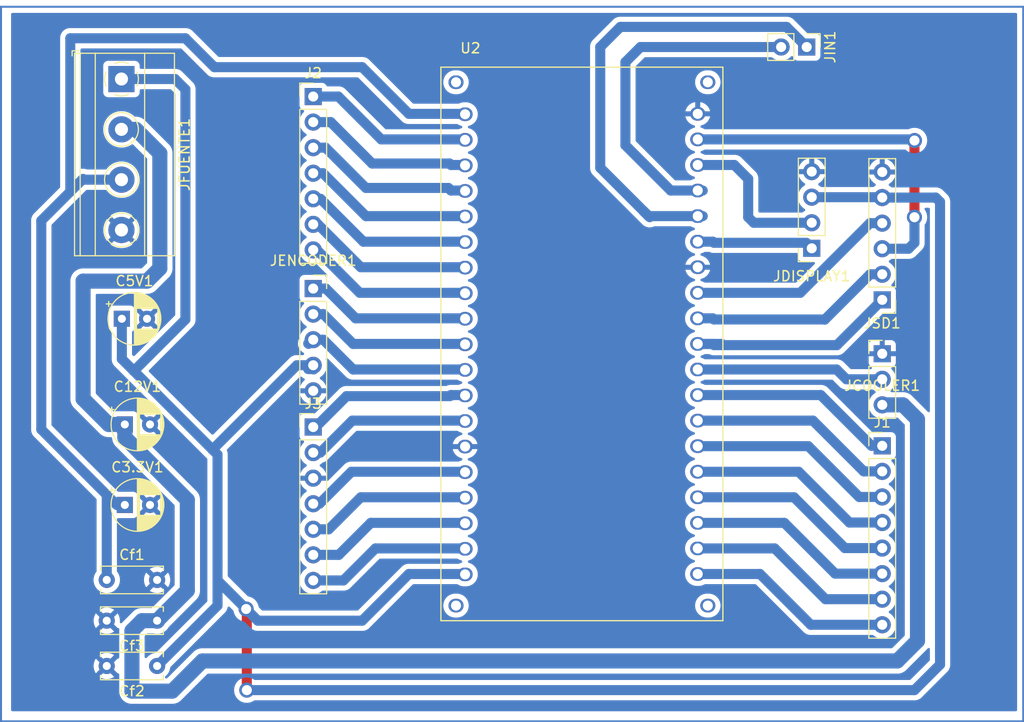
<source format=kicad_pcb>
(kicad_pcb (version 20240108) (generator "pcbnew") (generator_version "8.0")
  (layers (0 "F.Cu" signal) (31 "B.Cu" signal) (34 "B.Paste" user) (35 "F.Paste" user) (36 "B.SilkS" user "B.Silkscreen") (37 "F.SilkS" user "F.Silkscreen") (38 "B.Mask" user) (39 "F.Mask" user) (44 "Edge.Cuts" user))
  (net 0 "")
  (net 1 "GND")
  (net 2 "+5V")
  (net 3 "/SW")
  (net 4 "/OUTB")
  (net 5 "/OUTA")
  (net 6 "/MISO")
  (net 7 "/MOSI")
  (net 8 "+3V3")
  (net 9 "/COOLER")
  (net 10 "/SD0")
  (net 11 "/RX")
  (net 12 "/SD1")
  (net 13 "/SCK")
  (net 14 "/GPIO15")
  (net 15 "/TX")
  (net 16 "/SCL")
  (net 17 "/SDCLK")
  (net 18 "/SDA")
  (net 19 "/CS")
  (net 20 "+12V")
  (net 21 "/GPI016")
  (net 22 "/GPIO32")
  (net 23 "/SD3")
  (net 24 "/SP")
  (net 25 "/EN")
  (net 26 "/GPIO4")
  (net 27 "/GPIO14")
  (net 28 "/SN")
  (net 29 "/GPIO2")
  (net 30 "/GPIO35")
  (net 31 "/SD2")
  (net 32 "/CMD")
  (net 33 "/GPIO13")
  (net 34 "/GPIO")
  (net 35 "/GPIO33")
  (net 36 "/GPIO34")
  (net 37 "/GPIO12")
  (footprint "Capacitor_THT:C_Disc_D6.0mm_W2.5mm_P5.00mm" (layer "F.Cu") (at 123.8 120.114 180)
    (property "Reference" "Cf3" (at 2.5 -2.5 0) (layer "F.SilkS"))
    (property "Value" "10nF")
    (pad "1" thru_hole circle (at 0 0 180) (size 1.6 1.6) (drill 0.8) (layers "*.Cu" "*.Mask") (net 20 "+12V"))
    (pad "2" thru_hole circle (at 5 0 180) (size 1.6 1.6) (drill 0.8) (layers "*.Cu" "*.Mask") (net 1 "GND"))
  )
  (footprint "Capacitor_THT:CP_Radial_D5.0mm_P2.50mm" (layer "F.Cu") (at 120.594888 108.614)
    (property "Reference" "C3.3V1" (at 1.25 -3.75 0) (layer "F.SilkS"))
    (property "Value" "10uF")
    (pad "1" thru_hole rect (at 0 0) (size 1.6 1.6) (drill 0.8) (layers "*.Cu" "*.Mask") (net 8 "+3V3"))
    (pad "2" thru_hole circle (at 2.5 0) (size 1.6 1.6) (drill 0.8) (layers "*.Cu" "*.Mask") (net 1 "GND"))
  )
  (footprint "Connector_PinHeader_2.54mm:PinHeader_1x07_P2.54mm_Vertical" (layer "F.Cu") (at 139.3 68.034)
    (property "Reference" "J2" (at 0 -2.33 0) (layer "F.SilkS"))
    (property "Value" "Conn_01x07")
    (pad "1" thru_hole rect (at 0 0) (size 1.7 1.7) (drill 1) (layers "*.Cu" "*.Mask") (net 25 "/EN"))
    (pad "2" thru_hole oval (at 0 2.54) (size 1.7 1.7) (drill 1) (layers "*.Cu" "*.Mask") (net 24 "/SP"))
    (pad "3" thru_hole oval (at 0 5.08) (size 1.7 1.7) (drill 1) (layers "*.Cu" "*.Mask") (net 28 "/SN"))
    (pad "4" thru_hole oval (at 0 7.62) (size 1.7 1.7) (drill 1) (layers "*.Cu" "*.Mask") (net 36 "/GPIO34"))
    (pad "5" thru_hole oval (at 0 10.16) (size 1.7 1.7) (drill 1) (layers "*.Cu" "*.Mask") (net 30 "/GPIO35"))
    (pad "6" thru_hole oval (at 0 12.7) (size 1.7 1.7) (drill 1) (layers "*.Cu" "*.Mask") (net 22 "/GPIO32"))
    (pad "7" thru_hole oval (at 0 15.24) (size 1.7 1.7) (drill 1) (layers "*.Cu" "*.Mask") (net 35 "/GPIO33"))
  )
  (footprint "Capacitor_THT:CP_Radial_D5.0mm_P2.50mm" (layer "F.Cu") (at 120.594888 100.614)
    (property "Reference" "C12V1" (at 1.25 -3.75 0) (layer "F.SilkS"))
    (property "Value" "10uF")
    (pad "1" thru_hole rect (at 0 0) (size 1.6 1.6) (drill 0.8) (layers "*.Cu" "*.Mask") (net 20 "+12V"))
    (pad "2" thru_hole circle (at 2.5 0) (size 1.6 1.6) (drill 0.8) (layers "*.Cu" "*.Mask") (net 1 "GND"))
  )
  (footprint "Capacitor_THT:C_Disc_D6.0mm_W2.5mm_P5.00mm" (layer "F.Cu") (at 123.8 124.614 180)
    (property "Reference" "Cf2" (at 2.5 -2.5 0) (layer "F.SilkS"))
    (property "Value" "10nF")
    (pad "1" thru_hole circle (at 0 0 180) (size 1.6 1.6) (drill 0.8) (layers "*.Cu" "*.Mask") (net 2 "+5V"))
    (pad "2" thru_hole circle (at 5 0 180) (size 1.6 1.6) (drill 0.8) (layers "*.Cu" "*.Mask") (net 1 "GND"))
  )
  (footprint "Capacitor_THT:CP_Radial_D5.0mm_P2.50mm" (layer "F.Cu") (at 120.3 90.114)
    (property "Reference" "C5V1" (at 1.25 -3.75 0) (layer "F.SilkS"))
    (property "Value" "10uF")
    (pad "1" thru_hole rect (at 0 0) (size 1.6 1.6) (drill 0.8) (layers "*.Cu" "*.Mask") (net 2 "+5V"))
    (pad "2" thru_hole circle (at 2.5 0) (size 1.6 1.6) (drill 0.8) (layers "*.Cu" "*.Mask") (net 1 "GND"))
  )
  (footprint "Connector_PinSocket_2.54mm:PinSocket_1x04_P2.54mm_Vertical" (layer "F.Cu") (at 188.8 83.114 180)
    (property "Reference" "JDISPLAY1" (at 0 -2.77 0) (layer "F.SilkS"))
    (property "Value" "Conn_01x04")
    (pad "1" thru_hole rect (at 0 0 180) (size 1.7 1.7) (drill 1) (layers "*.Cu" "*.Mask") (net 18 "/SDA"))
    (pad "2" thru_hole oval (at 0 2.54 180) (size 1.7 1.7) (drill 1) (layers "*.Cu" "*.Mask") (net 16 "/SCL"))
    (pad "3" thru_hole oval (at 0 5.08 180) (size 1.7 1.7) (drill 1) (layers "*.Cu" "*.Mask") (net 2 "+5V"))
    (pad "4" thru_hole oval (at 0 7.62 180) (size 1.7 1.7) (drill 1) (layers "*.Cu" "*.Mask") (net 1 "GND"))
  )
  (footprint "Connector_PinHeader_2.54mm:PinHeader_1x03_P2.54mm_Vertical" (layer "F.Cu") (at 195.8 93.589)
    (property "Reference" "JCOOLER1" (at 0 3.17 0) (layer "F.SilkS"))
    (property "Value" "Conn_01x03")
    (pad "1" thru_hole rect (at 0 0) (size 1.7 1.7) (drill 1) (layers "*.Cu" "*.Mask") (net 1 "GND"))
    (pad "2" thru_hole oval (at 0 2.54) (size 1.7 1.7) (drill 1) (layers "*.Cu" "*.Mask") (net 9 "/COOLER"))
    (pad "3" thru_hole oval (at 0 5.08) (size 1.7 1.7) (drill 1) (layers "*.Cu" "*.Mask") (net 20 "+12V"))
  )
  (footprint "Connector_PinHeader_2.54mm:PinHeader_1x07_P2.54mm_Vertical" (layer "F.Cu") (at 139.3 100.874)
    (property "Reference" "J3" (at 0 -2.33 0) (layer "F.SilkS"))
    (property "Value" "Conn_01x07")
    (pad "1" thru_hole rect (at 0 0) (size 1.7 1.7) (drill 1) (layers "*.Cu" "*.Mask") (net 27 "/GPIO14"))
    (pad "2" thru_hole oval (at 0 2.54) (size 1.7 1.7) (drill 1) (layers "*.Cu" "*.Mask") (net 37 "/GPIO12"))
    (pad "3" thru_hole oval (at 0 5.08) (size 1.7 1.7) (drill 1) (layers "*.Cu" "*.Mask") (net 1 "GND"))
    (pad "4" thru_hole oval (at 0 7.62) (size 1.7 1.7) (drill 1) (layers "*.Cu" "*.Mask") (net 33 "/GPIO13"))
    (pad "5" thru_hole oval (at 0 10.16) (size 1.7 1.7) (drill 1) (layers "*.Cu" "*.Mask") (net 31 "/SD2"))
    (pad "6" thru_hole oval (at 0 12.7) (size 1.7 1.7) (drill 1) (layers "*.Cu" "*.Mask") (net 23 "/SD3"))
    (pad "7" thru_hole oval (at 0 15.24) (size 1.7 1.7) (drill 1) (layers "*.Cu" "*.Mask") (net 32 "/CMD"))
  )
  (footprint "Connector_PinSocket_2.54mm:PinSocket_1x05_P2.54mm_Vertical" (layer "F.Cu") (at 139.3 87.114)
    (property "Reference" "JENCODER1" (at 0 -2.77 0) (layer "F.SilkS"))
    (property "Value" "Conn_01x05")
    (pad "1" thru_hole rect (at 0 0) (size 1.7 1.7) (drill 1) (layers "*.Cu" "*.Mask") (net 4 "/OUTB"))
    (pad "2" thru_hole oval (at 0 2.54) (size 1.7 1.7) (drill 1) (layers "*.Cu" "*.Mask") (net 5 "/OUTA"))
    (pad "3" thru_hole oval (at 0 5.08) (size 1.7 1.7) (drill 1) (layers "*.Cu" "*.Mask") (net 3 "/SW"))
    (pad "4" thru_hole oval (at 0 7.62) (size 1.7 1.7) (drill 1) (layers "*.Cu" "*.Mask") (net 2 "+5V"))
    (pad "5" thru_hole oval (at 0 10.16) (size 1.7 1.7) (drill 1) (layers "*.Cu" "*.Mask") (net 1 "GND"))
  )
  (footprint "Capacitor_THT:C_Disc_D6.0mm_W2.5mm_P5.00mm" (layer "F.Cu") (at 118.8 116.064)
    (property "Reference" "Cf1" (at 2.5 -2.5 0) (layer "F.SilkS"))
    (property "Value" "10nF")
    (pad "1" thru_hole circle (at 0 0) (size 1.6 1.6) (drill 0.8) (layers "*.Cu" "*.Mask") (net 8 "+3V3"))
    (pad "2" thru_hole circle (at 5 0) (size 1.6 1.6) (drill 0.8) (layers "*.Cu" "*.Mask") (net 1 "GND"))
  )
  (footprint "ESP32_NODEMCU (1):MODULE_ESP32_NODEMCU" (layer "F.Cu") (at 165.98 92.614)
    (property "Reference" "U2" (at -11.075 -29.385 0) (layer "F.SilkS"))
    (property "Value" "ESP32_NODEMCU")
    (pad "" thru_hole oval (at -12.5 -26) (size 1.5 1.35) (drill 1) (layers "*.Cu" "*.Mask"))
    (pad "" thru_hole oval (at -12.5 26) (size 1.5 1.35) (drill 1) (layers "*.Cu" "*.Mask"))
    (pad "" thru_hole oval (at 12.5 -26) (size 1.5 1.35) (drill 1) (layers "*.Cu" "*.Mask"))
    (pad "" thru_hole oval (at 12.5 26) (size 1.5 1.35) (drill 1) (layers "*.Cu" "*.Mask"))
    (pad "J4_1" thru_hole oval (at 11.5 -22.86) (size 1.5 1.35) (drill 1) (layers "*.Cu" "*.Mask") (net 1 "GND"))
    (pad "J4_2" thru_hole oval (at 11.5 -20.32) (size 1.5 1.35) (drill 1) (layers "*.Cu" "*.Mask") (net 7 "/MOSI"))
    (pad "J4_3" thru_hole oval (at 11.5 -17.78) (size 1.5 1.35) (drill 1) (layers "*.Cu" "*.Mask") (net 16 "/SCL"))
    (pad "J4_4" thru_hole oval (at 11.5 -15.24) (size 1.5 1.35) (drill 1) (layers "*.Cu" "*.Mask") (net 15 "/TX"))
    (pad "J4_5" thru_hole oval (at 11.5 -12.7) (size 1.5 1.35) (drill 1) (layers "*.Cu" "*.Mask") (net 11 "/RX"))
    (pad "J4_6" thru_hole oval (at 11.5 -10.16) (size 1.5 1.35) (drill 1) (layers "*.Cu" "*.Mask") (net 18 "/SDA"))
    (pad "J4_7" thru_hole oval (at 11.5 -7.62) (size 1.5 1.35) (drill 1) (layers "*.Cu" "*.Mask") (net 1 "GND"))
    (pad "J4_8" thru_hole oval (at 11.5 -5.08) (size 1.5 1.35) (drill 1) (layers "*.Cu" "*.Mask") (net 6 "/MISO"))
    (pad "J4_9" thru_hole oval (at 11.5 -2.54) (size 1.5 1.35) (drill 1) (layers "*.Cu" "*.Mask") (net 13 "/SCK"))
    (pad "J4_10" thru_hole oval (at 11.5 0) (size 1.5 1.35) (drill 1) (layers "*.Cu" "*.Mask") (net 19 "/CS"))
    (pad "J4_11" thru_hole oval (at 11.5 2.54) (size 1.5 1.35) (drill 1) (layers "*.Cu" "*.Mask") (net 9 "/COOLER"))
    (pad "J4_12" thru_hole oval (at 11.5 5.08) (size 1.5 1.35) (drill 1) (layers "*.Cu" "*.Mask") (net 21 "/GPI016"))
    (pad "J4_13" thru_hole oval (at 11.5 7.62) (size 1.5 1.35) (drill 1) (layers "*.Cu" "*.Mask") (net 26 "/GPIO4"))
    (pad "J4_14" thru_hole oval (at 11.5 10.16) (size 1.5 1.35) (drill 1) (layers "*.Cu" "*.Mask") (net 34 "/GPIO"))
    (pad "J4_15" thru_hole oval (at 11.5 12.7) (size 1.5 1.35) (drill 1) (layers "*.Cu" "*.Mask") (net 29 "/GPIO2"))
    (pad "J4_16" thru_hole oval (at 11.5 15.24) (size 1.5 1.35) (drill 1) (layers "*.Cu" "*.Mask") (net 14 "/GPIO15"))
    (pad "J4_17" thru_hole oval (at 11.5 17.78) (size 1.5 1.35) (drill 1) (layers "*.Cu" "*.Mask") (net 12 "/SD1"))
    (pad "J4_18" thru_hole oval (at 11.5 20.32) (size 1.5 1.35) (drill 1) (layers "*.Cu" "*.Mask") (net 10 "/SD0"))
    (pad "J4_19" thru_hole oval (at 11.5 22.86) (size 1.5 1.35) (drill 1) (layers "*.Cu" "*.Mask") (net 17 "/SDCLK"))
    (pad "J5_1" thru_hole oval (at -11.6 22.9) (size 1.5 1.35) (drill 1) (layers "*.Cu" "*.Mask") (net 2 "+5V"))
    (pad "J5_2" thru_hole oval (at -11.6 20.36) (size 1.5 1.35) (drill 1) (layers "*.Cu" "*.Mask") (net 32 "/CMD"))
    (pad "J5_3" thru_hole oval (at -11.6 17.82) (size 1.5 1.35) (drill 1) (layers "*.Cu" "*.Mask") (net 23 "/SD3"))
    (pad "J5_4" thru_hole oval (at -11.6 15.28) (size 1.5 1.35) (drill 1) (layers "*.Cu" "*.Mask") (net 31 "/SD2"))
    (pad "J5_5" thru_hole oval (at -11.6 12.74) (size 1.5 1.35) (drill 1) (layers "*.Cu" "*.Mask") (net 33 "/GPIO13"))
    (pad "J5_6" thru_hole oval (at -11.6 10.2) (size 1.5 1.35) (drill 1) (layers "*.Cu" "*.Mask") (net 1 "GND"))
    (pad "J5_7" thru_hole oval (at -11.6 7.66) (size 1.5 1.35) (drill 1) (layers "*.Cu" "*.Mask") (net 37 "/GPIO12"))
    (pad "J5_8" thru_hole oval (at -11.6 5.12) (size 1.5 1.35) (drill 1) (layers "*.Cu" "*.Mask") (net 27 "/GPIO14"))
    (pad "J5_9" thru_hole oval (at -11.6 2.58) (size 1.5 1.35) (drill 1) (layers "*.Cu" "*.Mask") (net 3 "/SW"))
    (pad "J5_10" thru_hole oval (at -11.6 0.04) (size 1.5 1.35) (drill 1) (layers "*.Cu" "*.Mask") (net 5 "/OUTA"))
    (pad "J5_11" thru_hole oval (at -11.6 -2.5) (size 1.5 1.35) (drill 1) (layers "*.Cu" "*.Mask") (net 4 "/OUTB"))
    (pad "J5_12" thru_hole oval (at -11.6 -5.04) (size 1.5 1.35) (drill 1) (layers "*.Cu" "*.Mask") (net 35 "/GPIO33"))
    (pad "J5_13" thru_hole oval (at -11.6 -7.58) (size 1.5 1.35) (drill 1) (layers "*.Cu" "*.Mask") (net 22 "/GPIO32"))
    (pad "J5_14" thru_hole oval (at -11.6 -10.12) (size 1.5 1.35) (drill 1) (layers "*.Cu" "*.Mask") (net 30 "/GPIO35"))
    (pad "J5_15" thru_hole oval (at -11.6 -12.66) (size 1.5 1.35) (drill 1) (layers "*.Cu" "*.Mask") (net 36 "/GPIO34"))
    (pad "J5_16" thru_hole oval (at -11.6 -15.2) (size 1.5 1.35) (drill 1) (layers "*.Cu" "*.Mask") (net 28 "/SN"))
    (pad "J5_17" thru_hole oval (at -11.6 -17.74) (size 1.5 1.35) (drill 1) (layers "*.Cu" "*.Mask") (net 24 "/SP"))
    (pad "J5_18" thru_hole oval (at -11.6 -20.28) (size 1.5 1.35) (drill 1) (layers "*.Cu" "*.Mask") (net 25 "/EN"))
    (pad "J5_19" thru_hole oval (at -11.6 -22.82) (size 1.5 1.35) (drill 1) (layers "*.Cu" "*.Mask") (net 8 "+3V3"))
  )
  (footprint "Connector_PinHeader_2.54mm:PinHeader_1x08_P2.54mm_Vertical" (layer "F.Cu") (at 195.8 102.739)
    (property "Reference" "J1" (at 0 -2.33 0) (layer "F.SilkS"))
    (property "Value" "Conn_01x08")
    (pad "1" thru_hole rect (at 0 0) (size 1.7 1.7) (drill 1) (layers "*.Cu" "*.Mask") (net 21 "/GPI016"))
    (pad "2" thru_hole oval (at 0 2.54) (size 1.7 1.7) (drill 1) (layers "*.Cu" "*.Mask") (net 26 "/GPIO4"))
    (pad "3" thru_hole oval (at 0 5.08) (size 1.7 1.7) (drill 1) (layers "*.Cu" "*.Mask") (net 34 "/GPIO"))
    (pad "4" thru_hole oval (at 0 7.62) (size 1.7 1.7) (drill 1) (layers "*.Cu" "*.Mask") (net 29 "/GPIO2"))
    (pad "5" thru_hole oval (at 0 10.16) (size 1.7 1.7) (drill 1) (layers "*.Cu" "*.Mask") (net 14 "/GPIO15"))
    (pad "6" thru_hole oval (at 0 12.7) (size 1.7 1.7) (drill 1) (layers "*.Cu" "*.Mask") (net 12 "/SD1"))
    (pad "7" thru_hole oval (at 0 15.24) (size 1.7 1.7) (drill 1) (layers "*.Cu" "*.Mask") (net 10 "/SD0"))
    (pad "8" thru_hole oval (at 0 17.78) (size 1.7 1.7) (drill 1) (layers "*.Cu" "*.Mask") (net 17 "/SDCLK"))
  )
  (footprint "TerminalBlock_Phoenix:TerminalBlock_Phoenix_MKDS-1,5-4_1x04_P5.00mm_Horizontal" (layer "F.Cu") (at 120.26 66.294 -90)
    (property "Reference" "JFUENTE1" (at 7.5 -6.26 90) (layer "F.SilkS"))
    (property "Value" "Conn_01x04")
    (pad "1" thru_hole rect (at 0 0 270) (size 2.6 2.6) (drill 1.3) (layers "*.Cu" "*.Mask") (net 2 "+5V"))
    (pad "2" thru_hole circle (at 5 0 270) (size 2.6 2.6) (drill 1.3) (layers "*.Cu" "*.Mask") (net 20 "+12V"))
    (pad "3" thru_hole circle (at 10 0 270) (size 2.6 2.6) (drill 1.3) (layers "*.Cu" "*.Mask") (net 8 "+3V3"))
    (pad "4" thru_hole circle (at 15 0 270) (size 2.6 2.6) (drill 1.3) (layers "*.Cu" "*.Mask") (net 1 "GND"))
  )
  (footprint "Connector_PinHeader_2.54mm:PinHeader_1x02_P2.54mm_Vertical" (layer "F.Cu") (at 188.3 63.114 -90)
    (property "Reference" "JIN1" (at 0 -2.33 90) (layer "F.SilkS"))
    (property "Value" "Conn_01x02")
    (pad "1" thru_hole rect (at 0 0 270) (size 1.7 1.7) (drill 1) (layers "*.Cu" "*.Mask") (net 11 "/RX"))
    (pad "2" thru_hole oval (at 0 2.54 270) (size 1.7 1.7) (drill 1) (layers "*.Cu" "*.Mask") (net 15 "/TX"))
  )
  (footprint "Connector_PinHeader_2.54mm:PinHeader_1x06_P2.54mm_Vertical" (layer "F.Cu") (at 195.8 88.234 180)
    (property "Reference" "JSD1" (at 0 -2.33 0) (layer "F.SilkS"))
    (property "Value" "Conn_01x06")
    (pad "1" thru_hole rect (at 0 0 180) (size 1.7 1.7) (drill 1) (layers "*.Cu" "*.Mask") (net 19 "/CS"))
    (pad "2" thru_hole oval (at 0 2.54 180) (size 1.7 1.7) (drill 1) (layers "*.Cu" "*.Mask") (net 13 "/SCK"))
    (pad "3" thru_hole oval (at 0 5.08 180) (size 1.7 1.7) (drill 1) (layers "*.Cu" "*.Mask") (net 7 "/MOSI"))
    (pad "4" thru_hole oval (at 0 7.62 180) (size 1.7 1.7) (drill 1) (layers "*.Cu" "*.Mask") (net 6 "/MISO"))
    (pad "5" thru_hole oval (at 0 10.16 180) (size 1.7 1.7) (drill 1) (layers "*.Cu" "*.Mask") (net 2 "+5V"))
    (pad "6" thru_hole oval (at 0 12.7 180) (size 1.7 1.7) (drill 1) (layers "*.Cu" "*.Mask") (net 1 "GND"))
  )
  (gr_rect (start 108.3 59.114) (end 209.8 130.114) (stroke (width 0.2)) (fill none) (layer "B.Cu"))
  (segment (start 132.706 127.014) (end 132.706 119.02) (width 1) (layer "F.Cu") (net 2))
  (segment (start 132.706 119.02) (end 132.639 118.953) (width 1) (layer "F.Cu") (net 2))
  (via (at 132.639 118.953) (size 1.5) (drill 1) (layers "F.Cu" "B.Cu") (net 2))
  (via (at 132.706 127.014) (size 1.5) (drill 1) (layers "F.Cu" "B.Cu") (net 2))
  (segment (start 120.3 94.114) (end 121.49 95.304) (width 1) (layer "B.Cu") (net 2))
  (segment (start 201.54 78.5) (end 201.114 78.074) (width 1) (layer "B.Cu") (net 2))
  (segment (start 123.8 124.614) (end 129.8 118.614) (width 1) (layer "B.Cu") (net 2))
  (segment (start 125.58 66.294) (end 126.61 67.324) (width 1) (layer "B.Cu") (net 2))
  (segment (start 144.16 120.114) (end 133.8 120.114) (width 1) (layer "B.Cu") (net 2))
  (segment (start 153.98 115.474) (end 148.8 115.474) (width 1) (layer "B.Cu") (net 2))
  (segment (start 148.8 115.474) (end 144.16 120.114) (width 1) (layer "B.Cu") (net 2))
  (segment (start 201.114 78.074) (end 195.8 78.074) (width 1) (layer "B.Cu") (net 2))
  (segment (start 139.3 95.114) (end 139.34 95.154) (width 1) (layer "B.Cu") (net 2))
  (segment (start 126.61 67.324) (end 126.61 90.184) (width 1) (layer "B.Cu") (net 2))
  (segment (start 188.8 78.034) (end 195.76 78.034) (width 1) (layer "B.Cu") (net 2))
  (segment (start 121.49 95.304) (end 129.3 103.114) (width 1) (layer "B.Cu") (net 2))
  (segment (start 129.3 103.114) (end 129.8 103.614) (width 1) (layer "B.Cu") (net 2))
  (segment (start 133.8 120.114) (end 132.639 118.953) (width 1) (layer "B.Cu") (net 2))
  (segment (start 195.76 78.034) (end 195.8 78.074) (width 1) (layer "B.Cu") (net 2))
  (segment (start 120.3 90.114) (end 120.3 94.114) (width 1) (layer "B.Cu") (net 2))
  (segment (start 129.8 118.614) (end 129.8 116.114) (width 1) (layer "B.Cu") (net 2))
  (segment (start 129.8 114.614) (end 129.8 103.614) (width 1) (layer "B.Cu") (net 2))
  (segment (start 120.26 66.294) (end 125.58 66.294) (width 1) (layer "B.Cu") (net 2))
  (segment (start 137.68 94.734) (end 129.3 103.114) (width 1) (layer "B.Cu") (net 2))
  (segment (start 129.8 116.114) (end 129.8 114.614) (width 1) (layer "B.Cu") (net 2))
  (segment (start 201.54 124.474) (end 201.54 78.5) (width 1) (layer "B.Cu") (net 2))
  (segment (start 126.61 90.184) (end 121.49 95.304) (width 1) (layer "B.Cu") (net 2))
  (segment (start 132.706 127.014) (end 199 127.014) (width 1) (layer "B.Cu") (net 2))
  (segment (start 132.639 118.953) (end 129.8 116.114) (width 1) (layer "B.Cu") (net 2))
  (segment (start 138.8 95.114) (end 139.3 95.114) (width 1) (layer "B.Cu") (net 2))
  (segment (start 139.3 94.734) (end 137.68 94.734) (width 1) (layer "B.Cu") (net 2))
  (segment (start 199 127.014) (end 201.54 124.474) (width 1) (layer "B.Cu") (net 2))
  (segment (start 153.98 95.154) (end 143.264 95.154) (width 1) (layer "B.Cu") (net 3))
  (segment (start 140.304 92.194) (end 139.3 92.194) (width 1) (layer "B.Cu") (net 3))
  (segment (start 143.264 95.154) (end 140.304 92.194) (width 1) (layer "B.Cu") (net 3))
  (segment (start 138.84 92.614) (end 138.8 92.574) (width 1) (layer "B.Cu") (net 3))
  (segment (start 140.558 87.114) (end 139.3 87.114) (width 1) (layer "B.Cu") (net 4))
  (segment (start 143.518 90.074) (end 140.558 87.114) (width 1) (layer "B.Cu") (net 4))
  (segment (start 153.98 90.074) (end 143.518 90.074) (width 1) (layer "B.Cu") (net 4))
  (segment (start 140.304 89.654) (end 139.3 89.654) (width 1) (layer "B.Cu") (net 5))
  (segment (start 143.264 92.614) (end 140.304 89.654) (width 1) (layer "B.Cu") (net 5))
  (segment (start 153.98 92.614) (end 143.264 92.614) (width 1) (layer "B.Cu") (net 5))
  (segment (start 194.5825 80.614) (end 195.8 80.614) (width 1) (layer "B.Cu") (net 6))
  (segment (start 187.6625 87.534) (end 194.5825 80.614) (width 1) (layer "B.Cu") (net 6))
  (segment (start 177.73 87.534) (end 187.6625 87.534) (width 1) (layer "B.Cu") (net 6))
  (segment (start 199 72.404) (end 199 80.024) (width 1) (layer "F.Cu") (net 7))
  (via (at 199 72.404) (size 1.5) (drill 1) (layers "F.Cu" "B.Cu") (net 7))
  (via (at 199 80.024) (size 1.5) (drill 1) (layers "F.Cu" "B.Cu") (net 7))
  (segment (start 198.89 72.294) (end 199 72.404) (width 1) (layer "B.Cu") (net 7))
  (segment (start 199 82.564) (end 198.41 83.154) (width 1) (layer "B.Cu") (net 7))
  (segment (start 177.73 72.294) (end 198.89 72.294) (width 1) (layer "B.Cu") (net 7))
  (segment (start 198.41 83.154) (end 195.8 83.154) (width 1) (layer "B.Cu") (net 7))
  (segment (start 199 80.024) (end 199 82.564) (width 1) (layer "B.Cu") (net 7))
  (segment (start 120.26 76.294) (end 116.37 76.294) (width 1) (layer "B.Cu") (net 8))
  (segment (start 116.37 76.294) (end 115.815 76.849) (width 1) (layer "B.Cu") (net 8))
  (segment (start 112.3 101.114) (end 112.3 80.364) (width 1) (layer "B.Cu") (net 8))
  (segment (start 118.8 116.064) (end 118.8 107.614) (width 1) (layer "B.Cu") (net 8))
  (segment (start 115.18 77.484) (end 115.815 76.849) (width 1) (layer "B.Cu") (net 8))
  (segment (start 153.98 69.754) (end 148.8 69.754) (width 1) (layer "B.Cu") (net 8))
  (segment (start 144.16 65.114) (end 129.48 65.114) (width 1) (layer "B.Cu") (net 8))
  (segment (start 119.8 108.614) (end 118.8 107.614) (width 1) (layer "B.Cu") (net 8))
  (segment (start 115.815 76.849) (end 116.45 76.214) (width 1) (layer "B.Cu") (net 8))
  (segment (start 126.61 62.244) (end 115.18 62.244) (width 1) (layer "B.Cu") (net 8))
  (segment (start 129.48 65.114) (end 126.61 62.244) (width 1) (layer "B.Cu") (net 8))
  (segment (start 118.8 107.614) (end 112.3 101.114) (width 1) (layer "B.Cu") (net 8))
  (segment (start 120.594888 108.614) (end 119.8 108.614) (width 1) (layer "B.Cu") (net 8))
  (segment (start 115.18 62.244) (end 115.18 77.484) (width 1) (layer "B.Cu") (net 8))
  (segment (start 148.8 69.754) (end 144.16 65.114) (width 1) (layer "B.Cu") (net 8))
  (segment (start 112.3 80.364) (end 115.18 77.484) (width 1) (layer "B.Cu") (net 8))
  (segment (start 177.73 95.154) (end 191.27 95.154) (width 1) (layer "B.Cu") (net 9))
  (segment (start 191.27 95.154) (end 192.245 96.129) (width 1) (layer "B.Cu") (net 9))
  (segment (start 192.245 96.129) (end 195.8 96.129) (width 1) (layer "B.Cu") (net 9))
  (segment (start 190.165 117.979) (end 195.8 117.979) (width 1) (layer "B.Cu") (net 10))
  (segment (start 185.12 112.934) (end 190.165 117.979) (width 1) (layer "B.Cu") (net 10))
  (segment (start 177.73 112.934) (end 185.12 112.934) (width 1) (layer "B.Cu") (net 10))
  (segment (start 167.8 63.114) (end 167.8 75.114) (width 1) (layer "B.Cu") (net 11))
  (segment (start 172.14 79.454) (end 172.71 80.024) (width 1) (layer "B.Cu") (net 11))
  (segment (start 188.3 63.114) (end 186.3 61.114) (width 1) (layer "B.Cu") (net 11))
  (segment (start 186.3 61.114) (end 169.8 61.114) (width 1) (layer "B.Cu") (net 11))
  (segment (start 172.6 79.914) (end 172.14 79.454) (width 1) (layer "B.Cu") (net 11))
  (segment (start 169.8 61.114) (end 167.8 63.114) (width 1) (layer "B.Cu") (net 11))
  (segment (start 167.8 75.114) (end 172.14 79.454) (width 1) (layer "B.Cu") (net 11))
  (segment (start 177.98 79.914) (end 172.6 79.914) (width 1) (layer "B.Cu") (net 11))
  (segment (start 191.125 115.439) (end 195.8 115.439) (width 1) (layer "B.Cu") (net 12))
  (segment (start 186.08 110.394) (end 191.125 115.439) (width 1) (layer "B.Cu") (net 12))
  (segment (start 177.73 110.394) (end 186.08 110.394) (width 1) (layer "B.Cu") (net 12))
  (segment (start 177.73 90.074) (end 178.98 90.074) (width 1) (layer "B.Cu") (net 13))
  (segment (start 190.087919 90.184) (end 179.09 90.184) (width 1) (layer "B.Cu") (net 13))
  (segment (start 178.98 90.074) (end 179.09 90.184) (width 1) (layer "B.Cu") (net 13))
  (segment (start 195.8 85.694) (end 194.597919 85.694) (width 1) (layer "B.Cu") (net 13))
  (segment (start 190.097919 90.194) (end 190.087919 90.184) (width 1) (layer "B.Cu") (net 13))
  (segment (start 194.597919 85.694) (end 190.097919 90.194) (width 1) (layer "B.Cu") (net 13))
  (segment (start 187.04 107.854) (end 192.085 112.899) (width 1) (layer "B.Cu") (net 14))
  (segment (start 177.73 107.854) (end 187.04 107.854) (width 1) (layer "B.Cu") (net 14))
  (segment (start 192.085 112.899) (end 195.8 112.899) (width 1) (layer "B.Cu") (net 14))
  (segment (start 185.76 63.114) (end 171.8 63.114) (width 1) (layer "B.Cu") (net 15))
  (segment (start 177.98 77.374) (end 174.8 77.374) (width 1) (layer "B.Cu") (net 15))
  (segment (start 171.8 63.114) (end 170.3 64.614) (width 1) (layer "B.Cu") (net 15))
  (segment (start 170.3 64.614) (end 170.3 72.874) (width 1) (layer "B.Cu") (net 15))
  (segment (start 170.3 72.874) (end 174.8 77.374) (width 1) (layer "B.Cu") (net 15))
  (segment (start 181.11 74.834) (end 182.49 76.214) (width 1) (layer "B.Cu") (net 16))
  (segment (start 183.04 80.574) (end 188.8 80.574) (width 1) (layer "B.Cu") (net 16))
  (segment (start 182.49 80.024) (end 183.04 80.574) (width 1) (layer "B.Cu") (net 16))
  (segment (start 177.73 74.834) (end 181.11 74.834) (width 1) (layer "B.Cu") (net 16))
  (segment (start 182.49 76.214) (end 182.49 80.024) (width 1) (layer "B.Cu") (net 16))
  (segment (start 188.705 120.519) (end 195.8 120.519) (width 1) (layer "B.Cu") (net 17))
  (segment (start 177.73 115.474) (end 183.66 115.474) (width 1) (layer "B.Cu") (net 17))
  (segment (start 183.66 115.474) (end 188.705 120.519) (width 1) (layer "B.Cu") (net 17))
  (segment (start 188.8 83.114) (end 188.25 82.564) (width 1) (layer "B.Cu") (net 18))
  (segment (start 188.25 82.564) (end 179.09 82.564) (width 1) (layer "B.Cu") (net 18))
  (segment (start 177.98 82.454) (end 178.98 82.454) (width 1) (layer "B.Cu") (net 18))
  (segment (start 179.09 82.564) (end 178.98 82.454) (width 1) (layer "B.Cu") (net 18))
  (segment (start 195.8 88.234) (end 191.3 92.734) (width 1) (layer "B.Cu") (net 19))
  (segment (start 179.98 92.734) (end 179.1 92.734) (width 1) (layer "B.Cu") (net 19))
  (segment (start 177.73 92.614) (end 178.98 92.614) (width 1) (layer "B.Cu") (net 19))
  (segment (start 179.98 92.734) (end 179.86 92.614) (width 1) (layer "B.Cu") (net 19))
  (segment (start 178.98 92.614) (end 179.1 92.734) (width 1) (layer "B.Cu") (net 19))
  (segment (start 179.86 92.614) (end 177.98 92.614) (width 1) (layer "B.Cu") (net 19))
  (segment (start 191.3 92.734) (end 179.98 92.734) (width 1) (layer "B.Cu") (net 19))
  (segment (start 126.8 108.114) (end 120.594888 101.908888) (width 1.5) (layer "B.Cu") (net 20))
  (segment (start 199.3 122.114) (end 199.3 100.114) (width 1.5) (layer "B.Cu") (net 20))
  (segment (start 121.3 127.114) (end 125.3 127.114) (width 1.5) (layer "B.Cu") (net 20))
  (segment (start 118.99 100.614) (end 116.45 98.074) (width 1.5) (layer "B.Cu") (net 20))
  (segment (start 197.3 124.114) (end 199.3 122.114) (width 1.5) (layer "B.Cu") (net 20))
  (segment (start 126.8 117.114) (end 126.8 108.114) (width 1.5) (layer "B.Cu") (net 20))
  (segment (start 121.3 121.114) (end 121.3 127.114) (width 1.5) (layer "B.Cu") (net 20))
  (segment (start 122.3 120.114) (end 121.3 121.114) (width 1.5) (layer "B.Cu") (net 20))
  (segment (start 120.594888 101.319112) (end 120.594888 101.408888) (width 1.5) (layer "B.Cu") (net 20))
  (segment (start 124.07 85.104) (end 124.07 73.674) (width 1.5) (layer "B.Cu") (net 20))
  (segment (start 120.594888 100.614) (end 120.594888 101.319112) (width 1.5) (layer "B.Cu") (net 20))
  (segment (start 197.855 98.669) (end 195.8 98.669) (width 1.5) (layer "B.Cu") (net 20))
  (segment (start 124.07 73.674) (end 121.69 71.294) (width 1.5) (layer "B.Cu") (net 20))
  (segment (start 120.594888 101.908888) (end 120.594888 101.319112) (width 1.5) (layer "B.Cu") (net 20))
  (segment (start 128.3 124.114) (end 197.3 124.114) (width 1.5) (layer "B.Cu") (net 20))
  (segment (start 121.69 71.294) (end 120.26 71.294) (width 1.5) (layer "B.Cu") (net 20))
  (segment (start 118.99 100.614) (end 120.594888 100.614) (width 1.5) (layer "B.Cu") (net 20))
  (segment (start 125.3 127.114) (end 128.3 124.114) (width 1.5) (layer "B.Cu") (net 20))
  (segment (start 116.45 98.074) (end 116.45 86.374) (width 1.5) (layer "B.Cu") (net 20))
  (segment (start 122.8 86.374) (end 124.07 85.104) (width 1.5) (layer "B.Cu") (net 20))
  (segment (start 116.45 86.374) (end 122.8 86.374) (width 1.5) (layer "B.Cu") (net 20))
  (segment (start 123.8 120.114) (end 126.8 117.114) (width 1.5) (layer "B.Cu") (net 20))
  (segment (start 199.3 100.114) (end 197.855 98.669) (width 1.5) (layer "B.Cu") (net 20))
  (segment (start 123.8 120.114) (end 122.3 120.114) (width 1.5) (layer "B.Cu") (net 20))
  (segment (start 177.73 97.694) (end 189.69 97.694) (width 1) (layer "B.Cu") (net 21))
  (segment (start 194.735 102.739) (end 195.8 102.739) (width 1) (layer "B.Cu") (net 21))
  (segment (start 189.69 97.694) (end 194.735 102.739) (width 1) (layer "B.Cu") (net 21))
  (segment (start 144.026 84.994) (end 139.766 80.734) (width 1) (layer "B.Cu") (net 22))
  (segment (start 153.98 84.994) (end 144.026 84.994) (width 1) (layer "B.Cu") (net 22))
  (segment (start 139.766 80.734) (end 139.3 80.734) (width 1) (layer "B.Cu") (net 22))
  (segment (start 145.02 110.394) (end 141.84 113.574) (width 1) (layer "B.Cu") (net 23))
  (segment (start 153.98 110.394) (end 145.02 110.394) (width 1) (layer "B.Cu") (net 23))
  (segment (start 141.84 113.574) (end 139.3 113.574) (width 1) (layer "B.Cu") (net 23))
  (segment (start 153.98 74.834) (end 152.98 74.834) (width 1) (layer "B.Cu") (net 24))
  (segment (start 141.036 70.574) (end 139.3 70.574) (width 1) (layer "B.Cu") (net 24))
  (segment (start 152.98 74.834) (end 152.836 74.69) (width 1) (layer "B.Cu") (net 24))
  (segment (start 145.152 74.69) (end 141.036 70.574) (width 1) (layer "B.Cu") (net 24))
  (segment (start 152.836 74.69) (end 145.152 74.69) (width 1) (layer "B.Cu") (net 24))
  (segment (start 146.058 72.294) (end 141.798 68.034) (width 1) (layer "B.Cu") (net 25))
  (segment (start 153.98 72.294) (end 146.058 72.294) (width 1) (layer "B.Cu") (net 25))
  (segment (start 141.798 68.034) (end 139.3 68.034) (width 1) (layer "B.Cu") (net 25))
  (segment (start 188.92 100.234) (end 193.965 105.279) (width 1) (layer "B.Cu") (net 26))
  (segment (start 177.73 100.234) (end 188.92 100.234) (width 1) (layer "B.Cu") (net 26))
  (segment (start 193.965 105.279) (end 195.8 105.279) (width 1) (layer "B.Cu") (net 26))
  (segment (start 152.87 97.804) (end 142.61 97.804) (width 1) (layer "B.Cu") (net 27))
  (segment (start 139.54 100.874) (end 139.3 100.874) (width 1) (layer "B.Cu") (net 27))
  (segment (start 153.98 97.694) (end 152.98 97.694) (width 1) (layer "B.Cu") (net 27))
  (segment (start 152.98 97.694) (end 152.87 97.804) (width 1) (layer "B.Cu") (net 27))
  (segment (start 142.61 97.804) (end 139.54 100.874) (width 1) (layer "B.Cu") (net 27))
  (segment (start 153.98 77.374) (end 152.98 77.374) (width 1) (layer "B.Cu") (net 28))
  (segment (start 152.98 77.374) (end 152.72 77.114) (width 1) (layer "B.Cu") (net 28))
  (segment (start 140.528 73.114) (end 139.3 73.114) (width 1) (layer "B.Cu") (net 28))
  (segment (start 144.528 77.114) (end 140.528 73.114) (width 1) (layer "B.Cu") (net 28))
  (segment (start 152.72 77.114) (end 144.528 77.114) (width 1) (layer "B.Cu") (net 28))
  (segment (start 187.5 105.314) (end 192.545 110.359) (width 1) (layer "B.Cu") (net 29))
  (segment (start 177.73 105.314) (end 187.5 105.314) (width 1) (layer "B.Cu") (net 29))
  (segment (start 192.545 110.359) (end 195.8 110.359) (width 1) (layer "B.Cu") (net 29))
  (segment (start 144.28 82.454) (end 140.02 78.194) (width 1) (layer "B.Cu") (net 30))
  (segment (start 153.98 82.454) (end 144.28 82.454) (width 1) (layer "B.Cu") (net 30))
  (segment (start 140.02 78.194) (end 139.3 78.194) (width 1) (layer "B.Cu") (net 30))
  (segment (start 144.02 107.854) (end 140.84 111.034) (width 1) (layer "B.Cu") (net 31))
  (segment (start 140.84 111.034) (end 139.3 111.034) (width 1) (layer "B.Cu") (net 31))
  (segment (start 153.98 107.854) (end 144.02 107.854) (width 1) (layer "B.Cu") (net 31))
  (segment (start 142.3 116.114) (end 139.3 116.114) (width 1) (layer "B.Cu") (net 32))
  (segment (start 145.48 112.934) (end 142.3 116.114) (width 1) (layer "B.Cu") (net 32))
  (segment (start 153.98 112.934) (end 145.48 112.934) (width 1) (layer "B.Cu") (net 32))
  (segment (start 143.1 105.314) (end 139.92 108.494) (width 1) (layer "B.Cu") (net 33))
  (segment (start 139.92 108.494) (end 139.3 108.494) (width 1) (layer "B.Cu") (net 33))
  (segment (start 153.98 105.314) (end 143.1 105.314) (width 1) (layer "B.Cu") (net 33))
  (segment (start 193.505 107.819) (end 195.8 107.819) (width 1) (layer "B.Cu") (net 34))
  (segment (start 188.46 102.774) (end 193.505 107.819) (width 1) (layer "B.Cu") (net 34))
  (segment (start 177.73 102.774) (end 188.46 102.774) (width 1) (layer "B.Cu") (net 34))
  (segment (start 153.98 87.534) (end 143.92 87.534) (width 1) (layer "B.Cu") (net 35))
  (segment (start 139.66 83.274) (end 139.3 83.274) (width 1) (layer "B.Cu") (net 35))
  (segment (start 143.92 87.534) (end 139.66 83.274) (width 1) (layer "B.Cu") (net 35))
  (segment (start 140.274 75.654) (end 139.3 75.654) (width 1) (layer "B.Cu") (net 36))
  (segment (start 153.98 79.914) (end 144.534 79.914) (width 1) (layer "B.Cu") (net 36))
  (segment (start 144.534 79.914) (end 140.274 75.654) (width 1) (layer "B.Cu") (net 36))
  (segment (start 140 103.414) (end 139.3 103.414) (width 1) (layer "B.Cu") (net 37))
  (segment (start 143.18 100.234) (end 140 103.414) (width 1) (layer "B.Cu") (net 37))
  (segment (start 153.98 100.234) (end 143.18 100.234) (width 1) (layer "B.Cu") (net 37))
  (zone (net 1) (net_name "GND") (layer "B.Cu") (connect_pads (clearance 0.508)) (min_thickness 0.25) (fill yes (thermal_gap 0.5) (thermal_bridge_width 0.5))
    (polygon (pts (xy 109.3 59.114) (xy 209.8 59.114) (xy 209.8 129.114) (xy 109.3 129.114)))
  )
)
</source>
